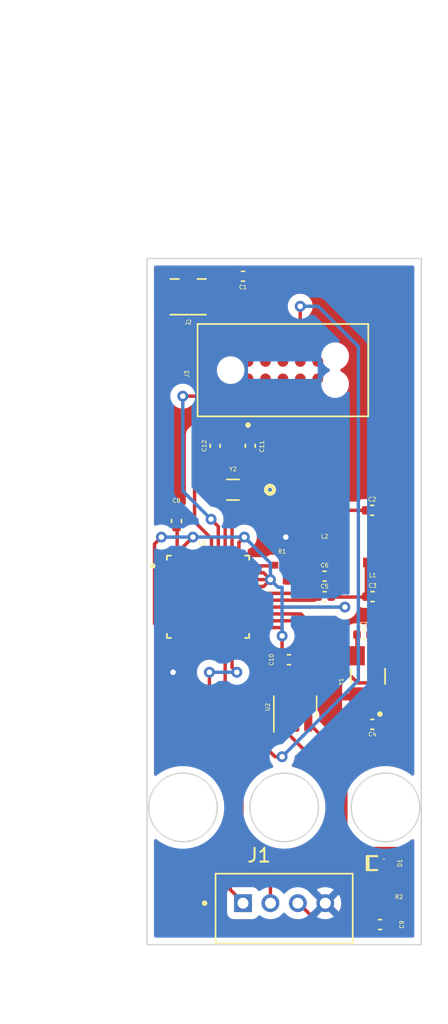
<source format=kicad_pcb>
(kicad_pcb (version 20211014) (generator pcbnew)
  (title_block (title "Zigbee Retrofit") (date "2023-08-27"))
  (layers (0 "F.Cu" signal) (31 "B.Cu" signal) (34 "B.Paste" user) (35 "F.Paste" user) (36 "B.SilkS" user "B.Silkscreen") (37 "F.SilkS" user "F.Silkscreen") (38 "B.Mask" user) (39 "F.Mask" user) (44 "Edge.Cuts" user))
  (net 0 "")
  (net 1 "Net-(C1-Pad1)")
  (net 2 "/Antenna")
  (net 3 "Net-(C2-Pad1)")
  (net 4 "Net-(C3-Pad1)")
  (net 5 "GND")
  (net 6 "Net-(C4-Pad1)")
  (net 7 "Net-(C5-Pad1)")
  (net 8 "Net-(C6-Pad1)")
  (net 9 "Net-(C7-Pad1)")
  (net 10 "Net-(C8-Pad1)")
  (net 11 "+5V")
  (net 12 "+3.3V")
  (net 13 "Net-(C11-Pad1)")
  (net 14 "Net-(C12-Pad1)")
  (net 15 "Net-(D1-Pad2)")
  (net 16 "/TX")
  (net 17 "/RX")
  (net 19 "/DC")
  (net 20 "/DD")
  (net 23 "/RESET")
  (net 27 "Net-(R1-Pad1)")
  (footprint "Capacitor_SMD:C_0402_1005Metric" (layer "F.Cu") (at 112.95 73.15)
    (fp_text reference "C6" (at 0 -0.8) (layer "F.SilkS") (effects (font (size 0.3 0.3) (thickness 0.05))))
    (fp_text value "18pF")
    (fp_line (start -0.107836 -0.36) (end 0.107836 -0.36) (layer "F.SilkS") (width 0.12))
    (fp_line (start -0.107836 0.36) (end 0.107836 0.36) (layer "F.SilkS") (width 0.12))
    (pad "1" smd roundrect (at -0.48 0) (size 0.56 0.62) (layers "F.Cu" "F.Paste" "F.Mask") (net 8 "Net-(C6-Pad1)"))
    (pad "2" smd roundrect (at 0.48 0) (size 0.56 0.62) (layers "F.Cu" "F.Paste" "F.Mask") (net 3 "Net-(C2-Pad1)"))
  )
  (footprint "Capacitor_SMD:C_0402_1005Metric" (layer "F.Cu") (at 115.79 77.41)
    (fp_text reference "C7" (at -0.01 -0.74 180) (layer "F.SilkS") (effects (font (size 0.3 0.3) (thickness 0.05))))
    (fp_text value "27pF")
    (fp_line (start -0.107836 -0.36) (end 0.107836 -0.36) (layer "F.SilkS") (width 0.12))
    (fp_line (start -0.107836 0.36) (end 0.107836 0.36) (layer "F.SilkS") (width 0.12))
    (pad "1" smd roundrect (at -0.48 0) (size 0.56 0.62) (layers "F.Cu" "F.Paste" "F.Mask") (net 9 "Net-(C7-Pad1)"))
    (pad "2" smd roundrect (at 0.48 0) (size 0.56 0.62) (layers "F.Cu" "F.Paste" "F.Mask") (net 5 "GND"))
  )
  (footprint "LTST-C281KGKT:0402(POL)" (layer "F.Cu") (at 117.04 94.06)
    (fp_text reference "D1" (at 1.4 0 90) (layer "F.SilkS") (effects (font (size 0.3 0.3) (thickness 0.05))))
    (fp_text value "LTST-C281KGKT")
    (fp_line (start -0.889 0.508) (end -0.254 0.508) (layer "F.SilkS") (width 0.1524))
    (fp_line (start -1.016 0.508) (end -0.889 0.508) (layer "F.SilkS") (width 0.1524))
    (fp_line (start -0.889 -0.508) (end -1.016 -0.508) (layer "F.SilkS") (width 0.1524))
    (fp_line (start -0.889 -0.508) (end -0.889 0.508) (layer "F.SilkS") (width 0.1524))
    (fp_line (start -0.254 -0.508) (end -0.889 -0.508) (layer "F.SilkS") (width 0.1524))
    (fp_line (start -1.016 -0.508) (end -1.016 0.508) (layer "F.SilkS") (width 0.1524))
    (fp_line (start 0.233425 -0.293369) (end 0.234187 -0.292606) (layer "F.SilkS") (width 0.1))
    (pad "1" smd rect locked (at -0.43485 0) (size 0.3992 0.6) (layers "F.Cu" "F.Paste" "F.Mask") (net 5 "GND"))
    (pad "2" smd rect locked (at 0.43485 0) (size 0.3992 0.6) (layers "F.Cu" "F.Paste" "F.Mask") (net 15 "Net-(D1-Pad2)"))
  )
  (footprint "ECS-320-13-42-CKM-TR:XTAL_ECS-320-13-42-CKM-TR" (layer "F.Cu") (at 116.11 80.45 90)
    (fp_text reference "Y1" (at -0.39 -1.95 90) (layer "F.SilkS") (effects (font (size 0.3 0.3) (thickness 0.05))))
    (fp_text value "32 Mhz")
    (fp_line (start -0.55 1.25) (end 0.55 1.25) (layer "F.SilkS") (width 0.127))
    (fp_line (start -0.55 -1.25) (end 0.55 -1.25) (layer "F.SilkS") (width 0.127))
    (fp_circle (center -2.75 0.873) (end -2.65 0.873) (layer "F.SilkS") (width 0.2) (fill none))
    (pad "1" smd rect locked (at -1.5 0.8) (size 1.15 1.4) (layers "F.Cu" "F.Paste" "F.Mask") (net 6 "Net-(C4-Pad1)"))
    (pad "2" smd rect locked (at 1.5 0.8) (size 1.15 1.4) (layers "F.Cu" "F.Paste" "F.Mask") (net 5 "GND"))
    (pad "3" smd rect locked (at 1.5 -0.8) (size 1.15 1.4) (layers "F.Cu" "F.Paste" "F.Mask") (net 9 "Net-(C7-Pad1)"))
    (pad "4" smd rect locked (at -1.5 -0.8) (size 1.15 1.4) (layers "F.Cu" "F.Paste" "F.Mask") (net 5 "GND"))
  )
  (footprint "ERJ-2GEJ563X:RES_ERJ-2GEJ563X" (layer "F.Cu") (at 109.85 72.35)
    (fp_text reference "R1" (at 0 -1) (layer "F.SilkS") (effects (font (size 0.3 0.3) (thickness 0.05))))
    (fp_text value "ERJ-2GEJ563X")
    (pad "1" smd rect locked (at -0.512 0) (size 0.475 0.5) (layers "F.Cu" "F.Paste" "F.Mask") (net 27 "Net-(R1-Pad1)"))
    (pad "2" smd rect locked (at 0.512 0) (size 0.475 0.5) (layers "F.Cu" "F.Paste" "F.Mask") (net 5 "GND"))
  )
  (footprint "Capacitor_SMD:C_0402_1005Metric" (layer "F.Cu") (at 104.97 63.65 90)
    (fp_text reference "C12" (at 0 -0.8 90) (layer "F.SilkS") (effects (font (size 0.3 0.3) (thickness 0.05))))
    (fp_text value "15pF")
    (fp_line (start -0.107836 0.36) (end 0.107836 0.36) (layer "F.SilkS") (width 0.12))
    (fp_line (start -0.107836 -0.36) (end 0.107836 -0.36) (layer "F.SilkS") (width 0.12))
    (pad "1" smd roundrect (at -0.48 0 90) (size 0.56 0.62) (layers "F.Cu" "F.Paste" "F.Mask") (net 14 "Net-(C12-Pad1)"))
    (pad "2" smd roundrect (at 0.48 0 90) (size 0.56 0.62) (layers "F.Cu" "F.Paste" "F.Mask") (net 5 "GND"))
  )
  (footprint "Capacitor_SMD:C_0402_1005Metric" (layer "F.Cu") (at 102.15 69.13 90)
    (fp_text reference "C8" (at 1.48 0 180) (layer "F.SilkS") (effects (font (size 0.3 0.3) (thickness 0.05))))
    (fp_text value "1uF")
    (fp_line (start -0.107836 0.36) (end 0.107836 0.36) (layer "F.SilkS") (width 0.12))
    (fp_line (start -0.107836 -0.36) (end 0.107836 -0.36) (layer "F.SilkS") (width 0.12))
    (pad "1" smd roundrect (at -0.48 0 90) (size 0.56 0.62) (layers "F.Cu" "F.Paste" "F.Mask") (net 10 "Net-(C8-Pad1)"))
    (pad "2" smd roundrect (at 0.48 0 90) (size 0.56 0.62) (layers "F.Cu" "F.Paste" "F.Mask") (net 5 "GND"))
  )
  (footprint "Capacitor_SMD:C_0402_1005Metric" (layer "F.Cu") (at 116.45 74.64)
    (fp_text reference "C3" (at 0 -0.8) (layer "F.SilkS") (effects (font (size 0.3 0.3) (thickness 0.05))))
    (fp_text value "1pF")
    (fp_line (start -0.107836 0.36) (end 0.107836 0.36) (layer "F.SilkS") (width 0.12))
    (fp_line (start -0.107836 -0.36) (end 0.107836 -0.36) (layer "F.SilkS") (width 0.12))
    (pad "1" smd roundrect (at -0.48 0) (size 0.56 0.62) (layers "F.Cu" "F.Paste" "F.Mask") (net 4 "Net-(C3-Pad1)"))
    (pad "2" smd roundrect (at 0.48 0) (size 0.56 0.62) (layers "F.Cu" "F.Paste" "F.Mask") (net 5 "GND"))
  )
  (footprint "ECS-.327-12:XTAL_ECS-.327-12.5-34RR-TR" (layer "F.Cu") (at 106.27 66.85 180)
    (fp_text reference "Y2" (at 0 1.5) (layer "F.SilkS") (effects (font (size 0.3 0.3) (thickness 0.05))))
    (fp_text value "ECS-.327-12.5-34RR-TR")
    (fp_line (start -0.44 0.75) (end 0.44 0.75) (layer "F.SilkS") (width 0.127))
    (fp_line (start -0.44 -0.75) (end 0.44 -0.75) (layer "F.SilkS") (width 0.127))
    (fp_circle (center -2.7 0) (end -2.558581 0) (layer "F.SilkS") (width 0.3) (fill none))
    (pad "1" smd rect locked (at -1.25 0 180) (size 1.1 1.9) (layers "F.Cu" "F.Paste" "F.Mask") (net 13 "Net-(C11-Pad1)"))
    (pad "2" smd rect locked (at 1.25 0 180) (size 1.1 1.9) (layers "F.Cu" "F.Paste" "F.Mask") (net 14 "Net-(C12-Pad1)"))
  )
  (footprint "110990030:SEEED_110990030" (layer "F.Cu") (at 110 96.98)
    (fp_text reference "J1" (at -1.825 -3.485) (layer "F.SilkS"))
    (fp_text value "110990030")
    (fp_line (start -5 2.95) (end -5 -2.15) (layer "F.SilkS") (width 0.127))
    (fp_line (start 5 2.95) (end -5 2.95) (layer "F.SilkS") (width 0.127))
    (fp_line (start -5 -2.15) (end 5 -2.15) (layer "F.SilkS") (width 0.127))
    (fp_line (start 5 -2.15) (end 5 2.95) (layer "F.SilkS") (width 0.127))
    (fp_circle (center -5.8 0) (end -5.7 0) (layer "F.SilkS") (width 0.2) (fill none))
    (pad "1" thru_hole rect locked (at -3 0) (size 1.308 1.308) (drill 0.8) (layers *.Cu *.Mask) (net 16 "/TX"))
    (pad "2" thru_hole circle locked (at -1 0) (size 1.308 1.308) (drill 0.8) (layers *.Cu *.Mask) (net 17 "/RX"))
    (pad "3" thru_hole circle locked (at 1 0) (size 1.308 1.308) (drill 0.8) (layers *.Cu *.Mask) (net 11 "+5V"))
    (pad "4" thru_hole circle locked (at 3 0) (size 1.308 1.308) (drill 0.8) (layers *.Cu *.Mask) (net 5 "GND"))
  )
  (footprint "Capacitor_SMD:C_0402_1005Metric" (layer "F.Cu") (at 107.53 63.65 90)
    (fp_text reference "C11" (at -0.05 0.85 90) (layer "F.SilkS") (effects (font (size 0.3 0.3) (thickness 0.05))))
    (fp_text value "15pF")
    (fp_line (start -0.107836 0.36) (end 0.107836 0.36) (layer "F.SilkS") (width 0.12))
    (fp_line (start -0.107836 -0.36) (end 0.107836 -0.36) (layer "F.SilkS") (width 0.12))
    (pad "1" smd roundrect (at -0.48 0 90) (size 0.56 0.62) (layers "F.Cu" "F.Paste" "F.Mask") (net 13 "Net-(C11-Pad1)"))
    (pad "2" smd roundrect (at 0.48 0 90) (size 0.56 0.62) (layers "F.Cu" "F.Paste" "F.Mask") (net 5 "GND"))
  )
  (footprint "ERJ-2GEJ151X:RES_ERJ-2GEJ151X" (layer "F.Cu") (at 117.5 96.5 -90)
    (fp_text reference "R2" (at 0.025 -0.875) (layer "F.SilkS") (effects (font (size 0.3 0.3) (thickness 0.05))))
    (fp_text value "ERJ-2GEJ151X")
    (pad "1" smd rect locked (at -0.512 0 270) (size 0.475 0.5) (layers "F.Cu" "F.Paste" "F.Mask") (net 15 "Net-(D1-Pad2)"))
    (pad "2" smd rect locked (at 0.512 0 270) (size 0.475 0.5) (layers "F.Cu" "F.Paste" "F.Mask") (net 11 "+5V"))
  )
  (footprint "MHQ1005P2N0ST000:INDC1006X60N" (layer "F.Cu") (at 116.45 72.15 180)
    (fp_text reference "L1" (at 0 -0.93) (layer "F.SilkS") (effects (font (size 0.3 0.3) (thickness 0.05))))
    (fp_text value "2nH")
    (pad "1" smd rect locked (at -0.453 0 180) (size 0.49 0.7) (layers "F.Cu" "F.Paste" "F.Mask") (net 1 "Net-(C1-Pad1)"))
    (pad "2" smd rect locked (at 0.453 0 180) (size 0.49 0.7) (layers "F.Cu" "F.Paste" "F.Mask") (net 4 "Net-(C3-Pad1)"))
  )
  (footprint "MHQ1005P2N0ST000:INDC1006X60N" (layer "F.Cu") (at 112.95 71.25 180)
    (fp_text reference "L2" (at 0 1) (layer "F.SilkS") (effects (font (size 0.3 0.3) (thickness 0.05))))
    (fp_text value "2nH")
    (pad "1" smd rect locked (at -0.453 0 180) (size 0.49 0.7) (layers "F.Cu" "F.Paste" "F.Mask") (net 3 "Net-(C2-Pad1)"))
    (pad "2" smd rect locked (at 0.453 0 180) (size 0.49 0.7) (layers "F.Cu" "F.Paste" "F.Mask") (net 5 "GND"))
  )
  (footprint "Capacitor_SMD:C_0402_1005Metric" (layer "F.Cu") (at 116.42 68.35)
    (fp_text reference "C2" (at 0 -0.8) (layer "F.SilkS") (effects (font (size 0.3 0.3) (thickness 0.05))))
    (fp_text value "1pF")
    (fp_line (start -0.107836 0.36) (end 0.107836 0.36) (layer "F.SilkS") (width 0.12))
    (fp_line (start -0.107836 -0.36) (end 0.107836 -0.36) (layer "F.SilkS") (width 0.12))
    (pad "1" smd roundrect (at -0.48 0) (size 0.56 0.62) (layers "F.Cu" "F.Paste" "F.Mask") (net 3 "Net-(C2-Pad1)"))
    (pad "2" smd roundrect (at 0.48 0) (size 0.56 0.62) (layers "F.Cu" "F.Paste" "F.Mask") (net 1 "Net-(C1-Pad1)"))
  )
  (footprint "Capacitor_SMD:C_0402_1005Metric" (layer "F.Cu") (at 107 51.29 180)
    (fp_text reference "C1" (at 0 -0.8) (layer "F.SilkS") (effects (font (size 0.3 0.3) (thickness 0.05))))
    (fp_text value "2.2pF")
    (fp_line (start -0.107836 0.36) (end 0.107836 0.36) (layer "F.SilkS") (width 0.12))
    (fp_line (start -0.107836 -0.36) (end 0.107836 -0.36) (layer "F.SilkS") (width 0.12))
    (pad "1" smd roundrect (at -0.48 0 180) (size 0.56 0.62) (layers "F.Cu" "F.Paste" "F.Mask") (net 1 "Net-(C1-Pad1)"))
    (pad "2" smd roundrect (at 0.48 0 180) (size 0.56 0.62) (layers "F.Cu" "F.Paste" "F.Mask") (net 2 "/Antenna"))
  )
  (footprint "Package_TO_SOT_SMD:SOT-23-5" (layer "F.Cu") (at 110.81 82.69 90)
    (fp_text reference "U2" (at 0 -2.01 90) (layer "F.SilkS") (effects (font (size 0.3 0.3) (thickness 0.05))))
    (fp_text value "SPX3819M5-L-3-3")
    (fp_line (start 0 1.56) (end 0.8 1.56) (layer "F.SilkS") (width 0.12))
    (fp_line (start 0 -1.56) (end 0.8 -1.56) (layer "F.SilkS") (width 0.12))
    (fp_line (start 0 -1.56) (end -1.8 -1.56) (layer "F.SilkS") (width 0.12))
    (fp_line (start 0 1.56) (end -0.8 1.56) (layer "F.SilkS") (width 0.12))
    (pad "1" smd roundrect (at -1.1375 -0.95 90) (size 1.325 0.6) (layers "F.Cu" "F.Paste" "F.Mask") (net 11 "+5V"))
    (pad "2" smd roundrect (at -1.1375 0 90) (size 1.325 0.6) (layers "F.Cu" "F.Paste" "F.Mask") (net 5 "GND"))
    (pad "3" smd roundrect (at -1.1375 0.95 90) (size 1.325 0.6) (layers "F.Cu" "F.Paste" "F.Mask") (net 11 "+5V"))
    (pad "4" smd roundrect (at 1.1375 0.95 90) (size 1.325 0.6) (layers "F.Cu" "F.Paste" "F.Mask"))
    (pad "5" smd roundrect (at 1.1375 -0.95 90) (size 1.325 0.6) (layers "F.Cu" "F.Paste" "F.Mask") (net 12 "+3.3V"))
  )
  (footprint "Capacitor_SMD:C_0402_1005Metric" (layer "F.Cu") (at 116.43 83.95 180)
    (fp_text reference "C4" (at 0 -0.72 180) (layer "F.SilkS") (effects (font (size 0.3 0.3) (thickness 0.05))))
    (fp_text value "27pF")
    (fp_line (start -0.107836 -0.36) (end 0.107836 -0.36) (layer "F.SilkS") (width 0.12))
    (fp_line (start -0.107836 0.36) (end 0.107836 0.36) (layer "F.SilkS") (width 0.12))
    (pad "1" smd roundrect (at -0.48 0 180) (size 0.56 0.62) (layers "F.Cu" "F.Paste" "F.Mask") (net 6 "Net-(C4-Pad1)"))
    (pad "2" smd roundrect (at 0.48 0 180) (size 0.56 0.62) (layers "F.Cu" "F.Paste" "F.Mask") (net 5 "GND"))
  )
  (footprint "Capacitor_SMD:C_0402_1005Metric" (layer "F.Cu") (at 110.35 79.24)
    (fp_text reference "C10" (at -1.28 0 90) (layer "F.SilkS") (effects (font (size 0.3 0.3) (thickness 0.05))))
    (fp_text value "22uF")
    (fp_line (start -0.107836 -0.36) (end 0.107836 -0.36) (layer "F.SilkS") (width 0.12))
    (fp_line (start -0.107836 0.36) (end 0.107836 0.36) (layer "F.SilkS") (width 0.12))
    (pad "1" smd roundrect (at -0.48 0) (size 0.56 0.62) (layers "F.Cu" "F.Paste" "F.Mask") (net 12 "+3.3V"))
    (pad "2" smd roundrect (at 0.48 0) (size 0.56 0.62) (layers "F.Cu" "F.Paste" "F.Mask") (net 5 "GND"))
  )
  (footprint "U:HRS_U.FL-R-SMT-1(10)" (layer "F.Cu") (at 103 52.79 180)
    (fp_text reference "J2" (at 0 -1.85) (layer "F.SilkS") (effects (font (size 0.3 0.3) (thickness 0.05))))
    (fp_text value "U.FL-R-SMT-1(10)")
    (fp_line (start -1.3 1.3) (end -0.67 1.3) (layer "F.SilkS") (width 0.127))
    (fp_line (start 1.3 1.3) (end 0.67 1.3) (layer "F.SilkS") (width 0.127))
    (fp_line (start -1.3 -1.3) (end 1.3 -1.3) (layer "F.SilkS") (width 0.127))
    (pad "1" smd rect locked (at -1.475 0 180) (size 1.05 2.2) (layers "F.Cu" "F.Paste" "F.Mask") (net 5 "GND"))
    (pad "2" smd rect locked (at 0 1.525 180) (size 1 1.05) (layers "F.Cu" "F.Paste" "F.Mask") (net 2 "/Antenna"))
    (pad "3" smd rect locked (at 1.475 0 180) (size 1.05 2.2) (layers "F.Cu" "F.Paste" "F.Mask") (net 5 "GND"))
    (zone (net 0) (net_name "") (layer "F.Cu") (connect_pads (clearance 0)) (min_thickness 0.01)
      (keepout (tracks not_allowed) (vias not_allowed) (pads not_allowed) (copperpour not_allowed) (footprints allowed))
      (fill (thermal_gap 0.508) (thermal_bridge_width 0.508))
      (polygon (pts (xy 103.950158 53.89) (xy 102.05 53.89) (xy 102.05 51.78983) (xy 103.950158 51.78983)))
    )
  )
  (footprint "TC2050-IDC-NL:TAG-CONNECT_TC2050-IDC-NL" (layer "F.Cu") (at 107.37 58.77 90)
    (fp_text reference "J3" (at 0.35525 -4.46 90) (layer "F.SilkS") (effects (font (size 0.3 0.3) (thickness 0.05))))
    (fp_text value "TC2050-IDC-NL")
    (fp_line (start 4.0005 8.763) (end -2.7305 8.763) (layer "F.SilkS") (width 0.127))
    (fp_line (start -2.7305 8.763) (end -2.7305 -3.683) (layer "F.SilkS") (width 0.127))
    (fp_line (start -2.7305 -3.683) (end 4.0005 -3.683) (layer "F.SilkS") (width 0.127))
    (fp_line (start 4.0005 -3.683) (end 4.0005 8.763) (layer "F.SilkS") (width 0.127))
    (fp_circle (center -3.365 0) (end -3.265 0) (layer "F.SilkS") (width 0.2) (fill none))
    (pad "" np_thru_hole circle locked (at -0.38 6.35 90) (size 0.991 0.991) (drill 0.991) (layers *.Cu *.Mask))
    (pad "" np_thru_hole circle locked (at 0.635 -1.27 90) (size 0.991 0.991) (drill 0.991) (layers *.Cu *.Mask))
    (pad "" np_thru_hole circle locked (at 1.65 6.35 90) (size 0.991 0.991) (drill 0.991) (layers *.Cu *.Mask))
    (pad "1" smd circle locked (at 0 0) (size 0.787 0.787) (layers "F.Cu" "F.Mask") (net 5 "GND"))
    (pad "2" smd circle locked (at 0 1.27) (size 0.787 0.787) (layers "F.Cu" "F.Mask"))
    (pad "3" smd circle locked (at 0 2.54) (size 0.787 0.787) (layers "F.Cu" "F.Mask") (net 19 "/DC"))
    (pad "4" smd circle locked (at 0 3.81) (size 0.787 0.787) (layers "F.Cu" "F.Mask") (net 20 "/DD"))
    (pad "5" smd circle locked (at 0 5.08) (size 0.787 0.787) (layers "F.Cu" "F.Mask"))
    (pad "6" smd circle locked (at 1.27 5.08 180) (size 0.787 0.787) (layers "F.Cu" "F.Mask"))
    (pad "7" smd circle locked (at 1.27 3.81 180) (size 0.787 0.787) (layers "F.Cu" "F.Mask") (net 23 "/RESET"))
    (pad "8" smd circle locked (at 1.27 2.54 180) (size 0.787 0.787) (layers "F.Cu" "F.Mask"))
    (pad "9" smd circle locked (at 1.27 1.27 180) (size 0.787 0.787) (layers "F.Cu" "F.Mask"))
    (pad "10" smd circle locked (at 1.27 0 180) (size 0.787 0.787) (layers "F.Cu" "F.Mask"))
    (zone (net 0) (net_name "") (layer "F.Cu") (connect_pads (clearance 0)) (min_thickness 0.01)
      (keepout (tracks not_allowed) (vias not_allowed) (pads not_allowed) (copperpour not_allowed) (footprints allowed))
      (fill (thermal_gap 0.508) (thermal_bridge_width 0.508))
      (polygon (pts (xy 107.37 58.77) (xy 107.37 57.5) (xy 112.45 57.5) (xy 112.45 58.77)))
    )
    (zone (net 0) (net_name "") (layer "B.Cu") (connect_pads (clearance 0)) (min_thickness 0.01)
      (keepout (tracks not_allowed) (vias not_allowed) (pads not_allowed) (copperpour not_allowed) (footprints allowed))
      (fill (thermal_gap 0.508) (thermal_bridge_width 0.508))
      (polygon (pts (xy 107.37 58.77) (xy 107.37 57.5) (xy 112.45 57.5) (xy 112.45 58.77)))
    )
  )
  (footprint "Capacitor_SMD:C_0402_1005Metric" (layer "F.Cu") (at 117 98.54 180)
    (fp_text reference "C9" (at -1.58 0 90) (layer "F.SilkS") (effects (font (size 0.3 0.3) (thickness 0.05))))
    (fp_text value "22uF")
    (fp_line (start -0.107836 0.36) (end 0.107836 0.36) (layer "F.SilkS") (width 0.12))
    (fp_line (start -0.107836 -0.36) (end 0.107836 -0.36) (layer "F.SilkS") (width 0.12))
    (pad "1" smd roundrect (at -0.48 0 180) (size 0.56 0.62) (layers "F.Cu" "F.Paste" "F.Mask") (net 11 "+5V"))
    (pad "2" smd roundrect (at 0.48 0 180) (size 0.56 0.62) (layers "F.Cu" "F.Paste" "F.Mask") (net 5 "GND"))
  )
  (footprint "CC2531F256RHAT:QFN50P600X600X100-41N" (layer "F.Cu") (at 104.45 74.65)
    (fp_text reference "U1" (at -0.38 -3.89) (layer "F.SilkS") (effects (font (size 0.3 0.3) (thickness 0.05))))
    (fp_text value "CC2531F256RHAT")
    (fp_line (start 3 3) (end 2.7 3) (layer "F.SilkS") (width 0.127))
    (fp_line (start -3 3) (end -3 2.7) (layer "F.SilkS") (width 0.127))
    (fp_line (start 3 3) (end 3 2.7) (layer "F.SilkS") (width 0.127))
    (fp_line (start -3 -3) (end -3 -2.7) (layer "F.SilkS") (width 0.127))
    (fp_line (start -3 3) (end -2.7 3) (layer "F.SilkS") (width 0.127))
    (fp_line (start 3 -3) (end 3 -2.7) (layer "F.SilkS") (width 0.127))
    (fp_line (start 3 -3) (end 2.7 -3) (layer "F.SilkS") (width 0.127))
    (fp_line (start -3 -3) (end -2.7 -3) (layer "F.SilkS") (width 0.127))
    (fp_circle (center -4.03 -2.25) (end -3.93 -2.25) (layer "F.SilkS") (width 0.2) (fill none))
    (pad "1" smd roundrect locked (at -2.94 -2.25) (size 0.89 0.26) (layers "F.Cu" "F.Paste" "F.Mask") (roundrect_rratio 0.03))
    (pad "2" smd roundrect locked (at -2.94 -1.75) (size 0.89 0.26) (layers "F.Cu" "F.Paste" "F.Mask") (roundrect_rratio 0.03))
    (pad "3" smd roundrect locked (at -2.94 -1.25) (size 0.89 0.26) (layers "F.Cu" "F.Paste" "F.Mask") (roundrect_rratio 0.03))
    (pad "4" smd roundrect locked (at -2.94 -0.75) (size 0.89 0.26) (layers "F.Cu" "F.Paste" "F.Mask") (roundrect_rratio 0.03))
    (pad "5" smd roundrect locked (at -2.94 -0.25) (size 0.89 0.26) (layers "F.Cu" "F.Paste" "F.Mask") (roundrect_rratio 0.03))
    (pad "6" smd roundrect locked (at -2.94 0.25) (size 0.89 0.26) (layers "F.Cu" "F.Paste" "F.Mask") (roundrect_rratio 0.03))
    (pad "7" smd roundrect locked (at -2.94 0.75) (size 0.89 0.26) (layers "F.Cu" "F.Paste" "F.Mask") (roundrect_rratio 0.03))
    (pad "8" smd roundrect locked (at -2.94 1.25) (size 0.89 0.26) (layers "F.Cu" "F.Paste" "F.Mask") (roundrect_rratio 0.03))
    (pad "9" smd roundrect locked (at -2.94 1.75) (size 0.89 0.26) (layers "F.Cu" "F.Paste" "F.Mask") (roundrect_rratio 0.03))
    (pad "10" smd roundrect locked (at -2.94 2.25) (size 0.89 0.26) (layers "F.Cu" "F.Paste" "F.Mask") (roundrect_rratio 0.03) (net 12 "+3.3V"))
    (pad "11" smd roundrect locked (at -2.25 2.94 90) (size 0.89 0.26) (layers "F.Cu" "F.Paste" "F.Mask") (roundrect_rratio 0.03))
    (pad "12" smd roundrect locked (at -1.75 2.94 90) (size 0.89 0.26) (layers "F.Cu" "F.Paste" "F.Mask") (roundrect_rratio 0.03))
    (pad "13" smd roundrect locked (at -1.25 2.94 90) (size 0.89 0.26) (layers "F.Cu" "F.Paste" "F.Mask") (roundrect_rratio 0.03))
    (pad "14" smd roundrect locked (at -0.75 2.94 90) (size 0.89 0.26) (layers "F.Cu" "F.Paste" "F.Mask") (roundrect_rratio 0.03))
    (pad "15" smd roundrect locked (at -0.25 2.94 90) (size 0.89 0.26) (layers "F.Cu" "F.Paste" "F.Mask") (roundrect_rratio 0.03))
    (pad "16" smd roundrect locked (at 0.25 2.94 90) (size 0.89 0.26) (layers "F.Cu" "F.Paste" "F.Mask") (roundrect_rratio 0.03))
    (pad "17" smd roundrect locked (at 0.75 2.94 90) (size 0.89 0.26) (layers "F.Cu" "F.Paste" "F.Mask") (roundrect_rratio 0.03))
    (pad "18" smd roundrect locked (at 1.25 2.94 90) (size 0.89 0.26) (layers "F.Cu" "F.Paste" "F.Mask") (roundrect_rratio 0.03) (net 17 "/RX"))
    (pad "19" smd roundrect locked (at 1.75 2.94 90) (size 0.89 0.26) (layers "F.Cu" "F.Paste" "F.Mask") (roundrect_rratio 0.03) (net 16 "/TX"))
    (pad "20" smd roundrect locked (at 2.25 2.94 90) (size 0.89 0.26) (layers "F.Cu" "F.Paste" "F.Mask") (roundrect_rratio 0.03) (net 23 "/RESET"))
    (pad "21" smd roundrect locked (at 2.94 2.25) (size 0.89 0.26) (layers "F.Cu" "F.Paste" "F.Mask") (roundrect_rratio 0.03) (net 12 "+3.3V"))
    (pad "22" smd roundrect locked (at 2.94 1.75) (size 0.89 0.26) (layers "F.Cu" "F.Paste" "F.Mask") (roundrect_rratio 0.03) (net 6 "Net-(C4-Pad1)"))
    (pad "23" smd roundrect locked (at 2.94 1.25) (size 0.89 0.26) (layers "F.Cu" "F.Paste" "F.Mask") (roundrect_rratio 0.03) (net 9 "Net-(C7-Pad1)"))
    (pad "24" smd roundrect locked (at 2.94 0.75) (size 0.89 0.26) (layers "F.Cu" "F.Paste" "F.Mask") (roundrect_rratio 0.03) (net 12 "+3.3V"))
    (pad "25" smd roundrect locked (at 2.94 0.25) (size 0.89 0.26) (layers "F.Cu" "F.Paste" "F.Mask") (roundrect_rratio 0.03) (net 7 "Net-(C5-Pad1)"))
    (pad "26" smd roundrect locked (at 2.94 -0.25) (size 0.89 0.26) (layers "F.Cu" "F.Paste" "F.Mask") (roundrect_rratio 0.03) (net 8 "Net-(C6-Pad1)"))
    (pad "27" smd roundrect locked (at 2.94 -0.75) (size 0.89 0.26) (layers "F.Cu" "F.Paste" "F.Mask") (roundrect_rratio 0.03) (net 12 "+3.3V"))
    (pad "28" smd roundrect locked (at 2.94 -1.25) (size 0.89 0.26) (layers "F.Cu" "F.Paste" "F.Mask") (roundrect_rratio 0.03) (net 12 "+3.3V"))
    (pad "29" smd roundrect locked (at 2.94 -1.75) (size 0.89 0.26) (layers "F.Cu" "F.Paste" "F.Mask") (roundrect_rratio 0.03) (net 12 "+3.3V"))
    (pad "30" smd roundrect locked (at 2.94 -2.25) (size 0.89 0.26) (layers "F.Cu" "F.Paste" "F.Mask") (roundrect_rratio 0.03) (net 27 "Net-(R1-Pad1)"))
    (pad "31" smd roundrect locked (at 2.25 -2.94 90) (size 0.89 0.26) (layers "F.Cu" "F.Paste" "F.Mask") (roundrect_rratio 0.03) (net 12 "+3.3V"))
    (pad "32" smd roundrect locked (at 1.75 -2.94 90) (size 0.89 0.26) (layers "F.Cu" "F.Paste" "F.Mask") (roundrect_rratio 0.03) (net 13 "Net-(C11-Pad1)"))
    (pad "33" smd roundrect locked (at 1.25 -2.94 90) (size 0.89 0.26) (layers "F.Cu" "F.Paste" "F.Mask") (roundrect_rratio 0.03) (net 14 "Net-(C12-Pad1)"))
    (pad "34" smd roundrect locked (at 0.75 -2.94 90) (size 0.89 0.26) (layers "F.Cu" "F.Paste" "F.Mask") (roundrect_rratio 0.03) (net 19 "/DC"))
    (pad "35" smd roundrect locked (at 0.25 -2.94 90) (size 0.89 0.26) (layers "F.Cu" "F.Paste" "F.Mask") (roundrect_rratio 0.03) (net 20 "/DD"))
    (pad "36" smd roundrect locked (at -0.25 -2.94 90) (size 0.89 0.26) (layers "F.Cu" "F.Paste" "F.Mask") (roundrect_rratio 0.03))
    (pad "37" smd roundrect locked (at -0.75 -2.94 90) (size 0.89 0.26) (layers "F.Cu" "F.Paste" "F.Mask") (roundrect_rratio 0.03))
    (pad "38" smd roundrect locked (at -1.25 -2.94 90) (size 0.89 0.26) (layers "F.Cu" "F.Paste" "F.Mask") (roundrect_rratio 0.03))
    (pad "39" smd roundrect locked (at -1.75 -2.94 90) (size 0.89 0.26) (layers "F.Cu" "F.Paste" "F.Mask") (roundrect_rratio 0.03) (net 12 "+3.3V"))
    (pad "40" smd roundrect locked (at -2.25 -2.94 90) (size 0.89 0.26) (layers "F.Cu" "F.Paste" "F.Mask") (roundrect_rratio 0.03) (net 10 "Net-(C8-Pad1)"))
    (pad "41" smd rect locked (at 0 0) (size 3.52 2.62) (layers "F.Cu" "F.Mask"))
  )
  (footprint "Capacitor_SMD:C_0402_1005Metric" (layer "F.Cu") (at 112.95 74.64)
    (fp_text reference "C5" (at 0 -0.75) (layer "F.SilkS") (effects (font (size 0.3 0.3) (thickness 0.05))))
    (fp_text value "18pF")
    (fp_line (start -0.107836 -0.36) (end 0.107836 -0.36) (layer "F.SilkS") (width 0.12))
    (fp_line (start -0.107836 0.36) (end 0.107836 0.36) (layer "F.SilkS") (width 0.12))
    (pad "1" smd roundrect (at -0.48 0) (size 0.56 0.62) (layers "F.Cu" "F.Paste" "F.Mask") (net 7 "Net-(C5-Pad1)"))
    (pad "2" smd roundrect (at 0.48 0) (size 0.56 0.62) (layers "F.Cu" "F.Paste" "F.Mask") (net 4 "Net-(C3-Pad1)"))
  )
  (gr_line (start 100 50) (end 100 100) (layer "Edge.Cuts") (width 0.1))
  (gr_circle (center 110 90) (end 112.5 90) (layer "Edge.Cuts") (width 0.1) (fill none))
  (gr_circle (center 102.62 90) (end 105.12 90) (layer "Edge.Cuts") (width 0.1) (fill none))
  (gr_circle (center 117.39 90) (end 114.89 90) (layer "Edge.Cuts") (width 0.1) (fill none))
  (gr_line (start 120 100) (end 120 50) (layer "Edge.Cuts") (width 0.1))
  (gr_line (start 100 100) (end 120 100) (layer "Edge.Cuts") (width 0.1))
  (gr_line (start 120 50) (end 100 50) (layer "Edge.Cuts") (width 0.1))
  (segment (start 116.903 68.353) (end 116.9 68.35) (width 0.25) (layer "F.Cu") (net 1))
  (segment (start 115.42 51.29) (end 107.48 51.29) (width 0.25) (layer "F.Cu") (net 1))
  (segment (start 116.903 72.15) (end 116.903 68.353) (width 0.25) (layer "F.Cu") (net 1))
  (segment (start 116.9 52.77) (end 115.42 51.29) (width 0.25) (layer "F.Cu") (net 1))
  (segment (start 116.9 68.35) (end 116.9 52.77) (width 0.25) (layer "F.Cu") (net 1))
  (segment (start 103 51.265) (end 106.495 51.265) (width 0.3) (layer "F.Cu") (net 2))
  (segment (start 114.54 68.35) (end 115.94 68.35) (width 0.25) (layer "F.Cu") (net 3))
  (segment (start 113.403 71.25) (end 113.403 69.487) (width 0.25) (layer "F.Cu") (net 3))
  (segment (start 113.43 71.277) (end 113.403 71.25) (width 0.25) (layer "F.Cu") (net 3))
  (segment (start 113.43 73.15) (end 113.43 71.277) (width 0.25) (layer "F.Cu") (net 3))
  (segment (start 113.403 69.487) (end 114.54 68.35) (width 0.25) (layer "F.Cu") (net 3))
  (segment (start 115.97 74.64) (end 115.997 74.613) (width 0.25) (layer "F.Cu") (net 4))
  (segment (start 115.997 74.613) (end 115.997 72.15) (width 0.25) (layer "F.Cu") (net 4))
  (segment (start 113.43 74.67) (end 115.97 74.67) (width 0.25) (layer "F.Cu") (net 4))
  (via (at 110.12 70.3) (size 0.8) (drill 0.4) (layers "F.Cu" "B.Cu") (net 5))
  (via (at 101.9 80.15) (size 0.8) (drill 0.4) (layers "F.Cu" "B.Cu") (net 5))
  (segment (start 115.36 80.925) (end 116.385 80.925) (width 0.25) (layer "F.Cu") (net 6))
  (segment (start 116.91 81.45) (end 116.91 81.95) (width 0.25) (layer "F.Cu") (net 6))
  (segment (start 110.835 76.4) (end 115.36 80.925) (width 0.25) (layer "F.Cu") (net 6))
  (segment (start 107.39 76.4) (end 110.84 76.4) (width 0.25) (layer "F.Cu") (net 6))
  (segment (start 116.385 80.925) (end 116.91 81.45) (width 0.25) (layer "F.Cu") (net 6))
  (segment (start 116.91 81.95) (end 116.91 83.95) (width 0.25) (layer "F.Cu") (net 6))
  (segment (start 107.39 74.9) (end 112.21 74.9) (width 0.25) (layer "F.Cu") (net 7))
  (segment (start 112.21 74.9) (end 112.47 74.64) (width 0.25) (layer "F.Cu") (net 7))
  (segment (start 111.22 74.4) (end 112.47 73.15) (width 0.25) (layer "F.Cu") (net 8))
  (segment (start 107.39 74.4) (end 111.22 74.4) (width 0.25) (layer "F.Cu") (net 8))
  (segment (start 115.31 77.41) (end 115.31 78.95) (width 0.25) (layer "F.Cu") (net 9))
  (segment (start 114.3 78.95) (end 115.31 78.95) (width 0.25) (layer "F.Cu") (net 9))
  (segment (start 107.39 75.9) (end 111.23 75.9) (width 0.25) (layer "F.Cu") (net 9))
  (segment (start 111.22 75.9) (end 114.3 78.95) (width 0.25) (layer "F.Cu") (net 9))
  (segment (start 102.2 69.66) (end 102.15 69.61) (width 0.25) (layer "F.Cu") (net 10))
  (segment (start 102.2 71.71) (end 102.2 69.66) (width 0.25) (layer "F.Cu") (net 10))
  (segment (start 119 93.5) (end 118.5 93) (width 0.25) (layer "F.Cu") (net 11))
  (segment (start 117.48 98.54) (end 117.48 97.032) (width 0.25) (layer "F.Cu") (net 11))
  (segment (start 114.5 87.5) (end 113.148249 87.5) (width 0.25) (layer "F.Cu") (net 11))
  (segment (start 117.96 98.54) (end 119 97.5) (width 0.25) (layer "F.Cu") (net 11))
  (segment (start 115.5 93) (end 114.5 92) (width 0.25) (layer "F.Cu") (net 11))
  (segment (start 119 97.5) (end 119 93.5) (width 0.25) (layer "F.Cu") (net 11))
  (segment (start 114.5 92) (end 114.5 87.5) (width 0.25) (layer "F.Cu") (net 11))
  (segment (start 117.48 98.54) (end 117.96 98.54) (width 0.25) (layer "F.Cu") (net 11))
  (segment (start 117.48 97.032) (end 117.5 97.012) (width 0.25) (layer "F.Cu") (net 11))
  (segment (start 114.5 87.5) (end 114.5 86.5675) (width 0.25) (layer "F.Cu") (net 11))
  (segment (start 117.48 98.547609) (end 117.48 98.54) (width 0.25) (layer "F.Cu") (net 11))
  (segment (start 116.852609 99.175) (end 113.255 99.175) (width 0.25) (layer "F.Cu") (net 11))
  (segment (start 114.5 86.5675) (end 111.76 83.8275) (width 0.25) (layer "F.Cu") (net 11))
  (segment (start 109.86 84.211751) (end 109.86 83.8275) (width 0.25) (layer "F.Cu") (net 11))
  (segment (start 116.852609 99.175) (end 117.48 98.547609) (width 0.25) (layer "F.Cu") (net 11))
  (segment (start 113.255 99.175) (end 111 96.92) (width 0.25) (layer "F.Cu") (net 11))
  (segment (start 118.5 93) (end 115.5 93) (width 0.25) (layer "F.Cu") (net 11))
  (segment (start 113.148249 87.5) (end 109.86 84.211751) (width 0.25) (layer "F.Cu") (net 11))
  (segment (start 109.85 76.9) (end 107.39 76.9) (width 0.25) (layer "F.Cu") (net 12))
  (segment (start 109.85 79.22) (end 109.87 79.24) (width 0.25) (layer "F.Cu") (net 12))
  (segment (start 102.7 70.95) (end 103.35 70.3) (width 0.25) (layer "F.Cu") (net 12))
  (segment (start 109.85 77.5) (end 109.85 79.22) (width 0.25) (layer "F.Cu") (net 12))
  (segment (start 106.7 70.7) (end 107.1 70.3) (width 0.25) (layer "F.Cu") (net 12))
  (segment (start 109.85 77.5) (end 109.85 76.9) (width 0.25) (layer "F.Cu") (net 12))
  (segment (start 100.85 76.9) (end 100.55 76.6) (width 0.25) (layer "F.Cu") (net 12))
  (segment (start 106.7 71.71) (end 106.7 70.7) (width 0.25) (layer "F.Cu") (net 12))
  (segment (start 107.39 73.9) (end 108.5 73.9) (width 0.25) (layer "F.Cu") (net 12))
  (segment (start 109.87 79.24) (end 109.87 81.5425) (width 0.25) (layer "F.Cu") (net 12))
  (segment (start 108.5 73.9) (end 109 73.4) (width 0.25) (layer "F.Cu") (net 12))
  (segment (start 100.55 70.8) (end 100.55 76.6) (width 0.25) (layer "F.Cu") (net 12))
  (segment (start 107.39 72.9) (end 108.5 72.9) (width 0.25) (layer "F.Cu") (net 12))
  (segment (start 101.05 70.3) (end 100.55 70.8) (width 0.25) (layer "F.Cu") (net 12))
  (segment (start 101.51 76.9) (end 100.85 76.9) (width 0.25) (layer "F.Cu") (net 12))
  (segment (start 109.87 81.5425) (end 109.86 81.5525) (width 0.25) (layer "F.Cu") (net 12))
  (segment (start 107.39 75.4) (end 114.43 75.4) (width 0.25) (layer "F.Cu") (net 12))
  (segment (start 102.7 71.71) (end 102.7 70.95) (width 0.25) (layer "F.Cu") (net 12))
  (segment (start 108.5 72.9) (end 109 73.4) (width 0.25) (layer "F.Cu") (net 12))
  (segment (start 107.39 73.4) (end 109 73.4) (width 0.25) (layer "F.Cu") (net 12))
  (via (at 109 73.4) (size 0.8) (drill 0.4) (layers "F.Cu" "B.Cu") (net 12))
  (via (at 109.85 77.5) (size 0.8) (drill 0.4) (layers "F.Cu" "B.Cu") (net 12))
  (via (at 103.35 70.3) (size 0.8) (drill 0.4) (layers "F.Cu" "B.Cu") (net 12))
  (via (at 114.43 75.4) (size 0.8) (drill 0.4) (layers "F.Cu" "B.Cu") (net 12))
  (via (at 107.1 70.3) (size 0.8) (drill 0.4) (layers "F.Cu" "B.Cu") (net 12))
  (via (at 101.05 70.3) (size 0.8) (drill 0.4) (layers "F.Cu" "B.Cu") (net 12))
  (segment (start 114.43 75.4) (end 109.87 75.4) (width 0.25) (layer "B.Cu") (net 12))
  (segment (start 109.85 77.5) (end 109.85 75.42) (width 0.25) (layer "B.Cu") (net 12))
  (segment (start 103.35 70.3) (end 101.05 70.3) (width 0.25) (layer "B.Cu") (net 12))
  (segment (start 109 73.4) (end 109 72.2) (width 0.25) (layer "B.Cu") (net 12))
  (segment (start 107.1 70.3) (end 103.35 70.3) (width 0.25) (layer "B.Cu") (net 12))
  (segment (start 109.55 73.95) (end 109 73.4) (width 0.25) (layer "B.Cu") (net 12))
  (segment (start 109.85 75.42) (end 109.85 73.95) (width 0.25) (layer "B.Cu") (net 12))
  (segment (start 109.85 73.95) (end 109.55 73.95) (width 0.25) (layer "B.Cu") (net 12))
  (segment (start 109 72.2) (end 107.1 70.3) (width 0.25) (layer "B.Cu") (net 12))
  (segment (start 109.87 75.4) (end 109.85 75.42) (width 0.25) (layer "B.Cu") (net 12))
  (segment (start 107.52 66.85) (end 107.52 64.14) (width 0.25) (layer "F.Cu") (net 13))
  (segment (start 106.2 68.57) (end 107.52 67.25) (width 0.25) (layer "F.Cu") (net 13))
  (segment (start 107.52 67.25) (end 107.52 66.85) (width 0.25) (layer "F.Cu") (net 13))
  (segment (start 106.2 71.71) (end 106.2 68.57) (width 0.25) (layer "F.Cu") (net 13))
  (segment (start 105.7 67.93) (end 105.02 67.25) (width 0.25) (layer "F.Cu") (net 14))
  (segment (start 105.7 71.71) (end 105.7 67.93) (width 0.25) (layer "F.Cu") (net 14))
  (segment (start 105.02 66.85) (end 105.02 64.18) (width 0.25) (layer "F.Cu") (net 14))
  (segment (start 105.02 67.25) (end 105.02 66.85) (width 0.25) (layer "F.Cu") (net 14))
  (segment (start 117.5 95.988) (end 117.5 94.05715) (width 0.25) (layer "F.Cu") (net 15))
  (segment (start 106.08 82.78) (end 104.55 81.25) (width 0.25) (layer "F.Cu") (net 16))
  (segment (start 107 96.92) (end 106.08 96) (width 0.25) (layer "F.Cu") (net 16))
  (segment (start 106.2 77.59) (end 106.2 79.8) (width 0.25) (layer "F.Cu") (net 16))
  (segment (start 106.08 96) (end 106.08 82.78) (width 0.25) (layer "F.Cu") (net 16))
  (segment (start 106.2 79.8) (end 106.55 80.15) (width 0.25) (layer "F.Cu") (net 16))
  (segment (start 104.55 81.25) (end 104.55 80.15) (width 0.25) (layer "F.Cu") (net 16))
  (via (at 104.55 80.15) (size 0.8) (drill 0.4) (layers "F.Cu" "B.Cu") (net 16))
  (via (at 106.55 80.15) (size 0.8) (drill 0.4) (layers "F.Cu" "B.Cu") (net 16))
  (segment (start 104.55 80.15) (end 106.55 80.15) (width 0.25) (layer "B.Cu") (net 16))
  (segment (start 105.7 81.3) (end 105.7 77.59) (width 0.25) (layer "F.Cu") (net 17))
  (segment (start 106.92 93.52) (end 106.92 82.49) (width 0.25) (layer "F.Cu") (net 17))
  (segment (start 109 95.6) (end 106.92 93.52) (width 0.25) (layer "F.Cu") (net 17))
  (segment (start 109 96.92) (end 109 95.6) (width 0.25) (layer "F.Cu") (net 17))
  (segment (start 106.92 82.49) (end 105.73 81.3) (width 0.25) (layer "F.Cu") (net 17))
  (segment (start 105.73 81.3) (end 105.7 81.3) (width 0.25) (layer "F.Cu") (net 17))
  (segment (start 105.2 69.53) (end 104.67 69) (width 0.25) (layer "F.Cu") (net 19))
  (segment (start 102.61 60.03) (end 108.775 60.03) (width 0.25) (layer "F.Cu") (net 19))
  (segment (start 105.2 71.71) (end 105.2 69.53) (width 0.25) (layer "F.Cu") (net 19))
  (segment (start 108.775 60.03) (end 109.91 58.895) (width 0.25) (layer "F.Cu") (net 19))
  (via (at 104.67 69) (size 0.8) (drill 0.4) (layers "F.Cu" "B.Cu") (net 19))
  (via (at 102.61 60.03) (size 0.8) (drill 0.4) (layers "F.Cu" "B.Cu") (net 19))
  (segment (start 104.67 69) (end 102.61 66.94) (width 0.25) (layer "B.Cu") (net 19))
  (segment (start 102.61 66.94) (end 102.61 60.03) (width 0.25) (layer "B.Cu") (net 19))
  (segment (start 109.99 60.78) (end 111.18 59.59) (width 0.25) (layer "F.Cu") (net 20))
  (segment (start 111.18 59.59) (end 111.18 58.895) (width 0.25) (layer "F.Cu") (net 20))
  (segment (start 104.7 71.71) (end 104.7 70.41) (width 0.25) (layer "F.Cu") (net 20))
  (segment (start 105.54 60.78) (end 109.99 60.78) (width 0.25) (layer "F.Cu") (net 20))
  (segment (start 103.47 69.18) (end 103.47 62.85) (width 0.25) (layer "F.Cu") (net 20))
  (segment (start 103.47 62.85) (end 105.54 60.78) (width 0.25) (layer "F.Cu") (net 20))
  (segment (start 104.7 70.41) (end 103.47 69.18) (width 0.25) (layer "F.Cu") (net 20))
  (segment (start 106.7 77.59) (end 106.7 78.86) (width 0.25) (layer "F.Cu") (net 23))
  (segment (start 111.17 53.48) (end 111.17 57.375) (width 0.25) (layer "F.Cu") (net 23))
  (segment (start 111.17 57.375) (end 111.18 57.375) (width 0.25) (layer "F.Cu") (net 23))
  (segment (start 108.01 84.98) (end 109.34 86.31) (width 0.25) (layer "F.Cu") (net 23))
  (segment (start 109.34 86.31) (end 109.85 86.31) (width 0.25) (layer "F.Cu") (net 23))
  (segment (start 106.7 78.86) (end 108.01 80.17) (width 0.25) (layer "F.Cu") (net 23))
  (segment (start 108.01 80.17) (end 108.01 84.98) (width 0.25) (layer "F.Cu") (net 23))
  (via (at 111.17 53.48) (size 0.8) (drill 0.4) (layers "F.Cu" "B.Cu") (net 23))
  (via (at 109.85 86.31) (size 0.8) (drill 0.4) (layers "F.Cu" "B.Cu") (net 23))
  (segment (start 115.41 80.75) (end 115.41 56.41) (width 0.25) (layer "B.Cu") (net 23))
  (segment (start 112.48 53.48) (end 111.17 53.48) (width 0.25) (layer "B.Cu") (net 23))
  (segment (start 109.85 86.31) (end 115.41 80.75) (width 0.25) (layer "B.Cu") (net 23))
  (segment (start 115.41 56.41) (end 112.48 53.48) (width 0.25) (layer "B.Cu") (net 23))
  (segment (start 109.288 72.4) (end 109.338 72.35) (width 0.25) (layer "F.Cu") (net 27))
  (segment (start 107.39 72.4) (end 109.288 72.4) (width 0.25) (layer "F.Cu") (net 27))
  (zone (net 5) (net_name "GND") (layers F&B.Cu) (connect_pads (clearance 0.508)) (min_thickness 0.254) (fill yes (thermal_gap 0.508) (thermal_bridge_width 0.508))
    (polygon (pts (xy 119.99 100) (xy 100 100.01) (xy 100.01 50.01) (xy 120 50.01)))
  )
)
</source>
